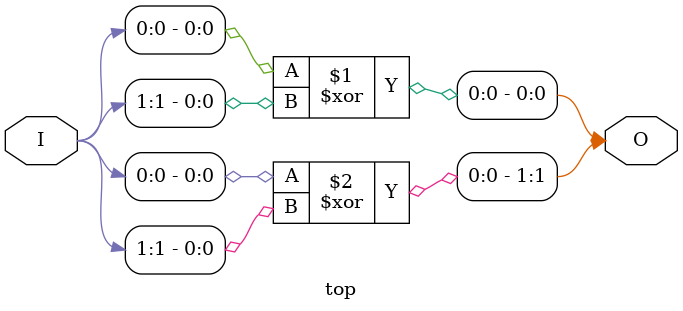
<source format=v>
module top(
  input  wire [1:0] I,
  output wire [1:0] O
);

  assign O[0] = I[0] ^ I[1];
  assign O[1] = I[0] ^ I[1];

endmodule

</source>
